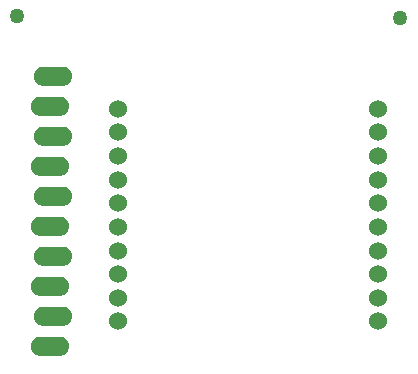
<source format=gbr>
G04 DipTrace 2.4.0.2*
%INBottom.gbr*%
%MOMM*%
%ADD15C,1.27*%
%ADD17C,1.524*%
%FSLAX53Y53*%
G04*
G71*
G90*
G75*
G01*
%LNBottom*%
%LPD*%
D15*
X1970Y33561D3*
X34394Y33409D3*
D17*
X10515Y25720D3*
Y23720D3*
Y21720D3*
Y19720D3*
Y17720D3*
Y15720D3*
Y13720D3*
Y11720D3*
Y9720D3*
Y7720D3*
X32515Y25720D3*
Y23720D3*
Y21720D3*
Y19720D3*
Y17720D3*
Y15720D3*
Y13720D3*
Y11720D3*
Y9720D3*
Y7720D3*
G36*
X3894Y4787D2*
X3611Y4837D1*
X3362Y4981D1*
X3177Y5201D1*
X3078Y5471D1*
Y5759D1*
X3176Y6029D1*
X3361Y6249D1*
X3610Y6393D1*
X3893Y6444D1*
X5549D1*
X5832Y6394D1*
X6081Y6250D1*
X6266Y6030D1*
X6365Y5760D1*
Y5472D1*
X6267Y5202D1*
X6082Y4982D1*
X5833Y4838D1*
X5550Y4787D1*
X3894D1*
G37*
G36*
X4148Y7327D2*
X3865Y7377D1*
X3616Y7521D1*
X3431Y7741D1*
X3332Y8011D1*
Y8299D1*
X3430Y8569D1*
X3615Y8789D1*
X3864Y8933D1*
X4147Y8983D1*
X5803D1*
X6086Y8934D1*
X6335Y8790D1*
X6520Y8570D1*
X6619Y8300D1*
Y8012D1*
X6521Y7742D1*
X6336Y7522D1*
X6087Y7378D1*
X5804Y7327D1*
X4148D1*
G37*
G36*
X3894Y9867D2*
X3611Y9917D1*
X3362Y10061D1*
X3177Y10281D1*
X3078Y10551D1*
Y10839D1*
X3176Y11109D1*
X3361Y11329D1*
X3610Y11473D1*
X3893Y11524D1*
X5549D1*
X5832Y11474D1*
X6081Y11330D1*
X6266Y11110D1*
X6365Y10840D1*
Y10552D1*
X6267Y10282D1*
X6082Y10062D1*
X5833Y9918D1*
X5550Y9867D1*
X3894D1*
G37*
G36*
X4148Y12407D2*
X3865Y12457D1*
X3616Y12601D1*
X3431Y12821D1*
X3332Y13091D1*
Y13379D1*
X3430Y13649D1*
X3615Y13869D1*
X3864Y14013D1*
X4147Y14063D1*
X5803D1*
X6086Y14014D1*
X6335Y13870D1*
X6520Y13650D1*
X6619Y13380D1*
Y13092D1*
X6521Y12822D1*
X6336Y12602D1*
X6087Y12458D1*
X5804Y12407D1*
X4148D1*
G37*
G36*
X3894Y14947D2*
X3611Y14997D1*
X3362Y15141D1*
X3177Y15361D1*
X3078Y15631D1*
Y15919D1*
X3176Y16189D1*
X3361Y16409D1*
X3610Y16553D1*
X3893Y16604D1*
X5549D1*
X5832Y16554D1*
X6081Y16410D1*
X6266Y16190D1*
X6365Y15920D1*
Y15632D1*
X6267Y15362D1*
X6082Y15142D1*
X5833Y14998D1*
X5550Y14947D1*
X3894D1*
G37*
G36*
X4148Y17487D2*
X3865Y17537D1*
X3616Y17681D1*
X3431Y17901D1*
X3332Y18171D1*
Y18459D1*
X3430Y18729D1*
X3615Y18949D1*
X3864Y19093D1*
X4147Y19143D1*
X5803D1*
X6086Y19094D1*
X6335Y18950D1*
X6520Y18730D1*
X6619Y18460D1*
Y18172D1*
X6521Y17902D1*
X6336Y17682D1*
X6087Y17538D1*
X5804Y17487D1*
X4148D1*
G37*
G36*
X3894Y20027D2*
X3611Y20077D1*
X3362Y20221D1*
X3177Y20441D1*
X3078Y20711D1*
Y20999D1*
X3176Y21269D1*
X3361Y21489D1*
X3610Y21633D1*
X3893Y21683D1*
X5549D1*
X5832Y21634D1*
X6081Y21490D1*
X6266Y21270D1*
X6365Y21000D1*
Y20712D1*
X6267Y20442D1*
X6082Y20222D1*
X5833Y20078D1*
X5550Y20027D1*
X3894D1*
G37*
G36*
X4148Y22567D2*
X3865Y22617D1*
X3616Y22761D1*
X3431Y22981D1*
X3332Y23251D1*
Y23539D1*
X3430Y23809D1*
X3615Y24029D1*
X3864Y24173D1*
X4147Y24223D1*
X5803D1*
X6086Y24174D1*
X6335Y24030D1*
X6520Y23810D1*
X6619Y23540D1*
Y23252D1*
X6521Y22982D1*
X6336Y22762D1*
X6087Y22618D1*
X5804Y22567D1*
X4148D1*
G37*
G36*
X3894Y25107D2*
X3611Y25157D1*
X3362Y25301D1*
X3177Y25521D1*
X3078Y25791D1*
Y26079D1*
X3176Y26349D1*
X3361Y26569D1*
X3610Y26713D1*
X3893Y26763D1*
X5549D1*
X5832Y26714D1*
X6081Y26570D1*
X6266Y26350D1*
X6365Y26080D1*
Y25792D1*
X6267Y25522D1*
X6082Y25302D1*
X5833Y25158D1*
X5550Y25107D1*
X3894D1*
G37*
G36*
X4148Y27647D2*
X3865Y27697D1*
X3616Y27841D1*
X3431Y28061D1*
X3332Y28331D1*
Y28619D1*
X3430Y28889D1*
X3615Y29109D1*
X3864Y29253D1*
X4147Y29303D1*
X5803D1*
X6086Y29254D1*
X6335Y29110D1*
X6520Y28890D1*
X6619Y28620D1*
Y28332D1*
X6521Y28062D1*
X6336Y27842D1*
X6087Y27698D1*
X5804Y27647D1*
X4148D1*
G37*
M02*

</source>
